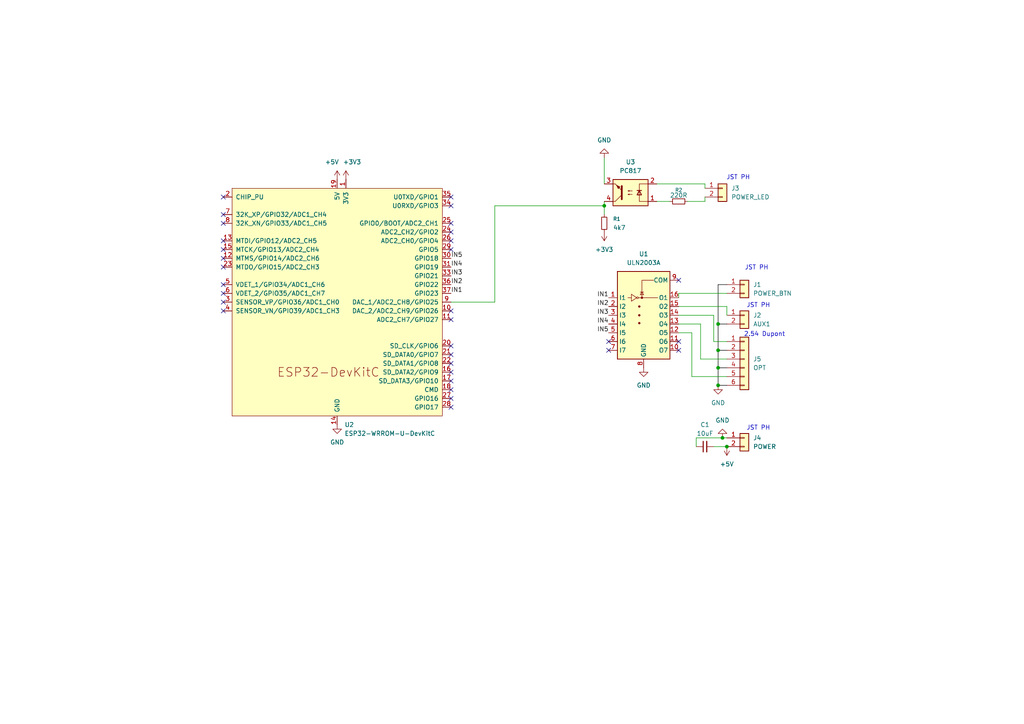
<source format=kicad_sch>
(kicad_sch (version 20250114) (generator "eeschema") (generator_version "9.0")
  (paper "A4")
  (lib_symbols
    (symbol "Connector_Generic:Conn_01x02" (pin_names (offset 1.016) (hide yes))
      (property "Reference" "J" (at 0 2.54 0))
      (property "Value" "Conn_01x02" (at 0 -5.08 0))
      (symbol "Conn_01x02_1_1"
        (rectangle (start -1.27 1.27) (end 1.27 -3.81) (stroke (width 0.254)) (fill (type background)))
        (rectangle (start -1.27 0.127) (end 0 -0.127) (stroke (width 0.1524)))
        (rectangle (start -1.27 -2.413) (end 0 -2.667) (stroke (width 0.1524)))
        (pin passive line (at -5.08 0 0) (length 3.81) (name "Pin_1") (number "1"))
        (pin passive line (at -5.08 -2.54 0) (length 3.81) (name "Pin_2") (number "2"))
      )
    )
    (symbol "Connector_Generic:Conn_01x06" (pin_names (offset 1.016) (hide yes))
      (property "Reference" "J" (at 0 7.62 0))
      (property "Value" "Conn_01x06" (at 0 -10.16 0))
      (symbol "Conn_01x06_1_1"
        (rectangle (start -1.27 6.35) (end 1.27 -8.89) (stroke (width 0.254)) (fill (type background)))
        (rectangle (start -1.27 5.207) (end 0 4.953) (stroke (width 0.1524)))
        (rectangle (start -1.27 2.667) (end 0 2.413) (stroke (width 0.1524)))
        (rectangle (start -1.27 0.127) (end 0 -0.127) (stroke (width 0.1524)))
        (rectangle (start -1.27 -2.413) (end 0 -2.667) (stroke (width 0.1524)))
        (rectangle (start -1.27 -4.953) (end 0 -5.207) (stroke (width 0.1524)))
        (rectangle (start -1.27 -7.493) (end 0 -7.747) (stroke (width 0.1524)))
        (pin passive line (at -5.08 5.08 0) (length 3.81) (name "Pin_1") (number "1"))
        (pin passive line (at -5.08 2.54 0) (length 3.81) (name "Pin_2") (number "2"))
        (pin passive line (at -5.08 0 0) (length 3.81) (name "Pin_3") (number "3"))
        (pin passive line (at -5.08 -2.54 0) (length 3.81) (name "Pin_4") (number "4"))
        (pin passive line (at -5.08 -5.08 0) (length 3.81) (name "Pin_5") (number "5"))
        (pin passive line (at -5.08 -7.62 0) (length 3.81) (name "Pin_6") (number "6"))
      )
    )
    (symbol "Device:C_Small" (pin_numbers (hide yes)) (pin_names (offset 0.254) (hide yes))
      (property "Reference" "C" (at 0.254 1.778 0))
      (property "Value" "C_Small" (at 0.254 -2.032 0))
      (symbol "C_Small_0_1"
        (polyline (pts (xy -1.524 0.508) (xy 1.524 0.508)) (stroke (width 0.3048)))
        (polyline (pts (xy -1.524 -0.508) (xy 1.524 -0.508)) (stroke (width 0.3302)))
      )
      (symbol "C_Small_1_1"
        (pin passive line (at 0 2.54 270) (length 2.032) (name "~") (number "1"))
        (pin passive line (at 0 -2.54 90) (length 2.032) (name "~") (number "2"))
      )
    )
    (symbol "Device:R_Small" (pin_numbers (hide yes)) (pin_names (offset 0.254) (hide yes))
      (property "Reference" "R" (at 0 0 90))
      (property "Value" "R_Small" (at 1.778 0 90))
      (symbol "R_Small_0_1"
        (rectangle (start -0.762 1.778) (end 0.762 -1.778) (stroke (width 0.2032)))
      )
      (symbol "R_Small_1_1"
        (pin passive line (at 0 2.54 270) (length 0.762) (name "~") (number "1"))
        (pin passive line (at 0 -2.54 90) (length 0.762) (name "~") (number "2"))
      )
    )
    (symbol "Espressif:ESP32-DevKitC" (pin_names (offset 1.016))
      (property "Reference" "U" (at -30.48 38.1 0))
      (property "Value" "ESP32-DevKitC" (at -30.48 35.56 0))
      (symbol "ESP32-DevKitC_0_0"
        (text "ESP32-DevKitC" (at -2.54 -20.32 0) (effects (font (size 2.54 2.54))))
        (pin power_in line (at 0 35.56 270) (length 2.54) (name "5V") (number "19"))
        (pin power_in line (at 0 -35.56 90) (length 2.54) (name "GND") (number "14"))
      )
      (symbol "ESP32-DevKitC_0_1"
        (rectangle (start -30.48 33.02) (end 30.48 -33.02) (fill (type background)))
      )
      (symbol "ESP32-DevKitC_1_1"
        (pin input line (at -33.02 30.48 0) (length 2.54) (name "CHIP_PU") (number "2"))
        (pin bidirectional line (at -33.02 25.4 0) (length 2.54) (name "32K_XP/GPIO32/ADC1_CH4") (number "7"))
        (pin bidirectional line (at -33.02 22.86 0) (length 2.54) (name "32K_XN/GPIO33/ADC1_CH5") (number "8"))
        (pin bidirectional line (at -33.02 17.78 0) (length 2.54) (name "MTDI/GPIO12/ADC2_CH5") (number "13"))
        (pin bidirectional line (at -33.02 15.24 0) (length 2.54) (name "MTCK/GPIO13/ADC2_CH4") (number "15"))
        (pin bidirectional line (at -33.02 12.7 0) (length 2.54) (name "MTMS/GPIO14/ADC2_CH6") (number "12"))
        (pin bidirectional line (at -33.02 10.16 0) (length 2.54) (name "MTDO/GPIO15/ADC2_CH3") (number "23"))
        (pin input line (at -33.02 5.08 0) (length 2.54) (name "VDET_1/GPIO34/ADC1_CH6") (number "5"))
        (pin input line (at -33.02 2.54 0) (length 2.54) (name "VDET_2/GPIO35/ADC1_CH7") (number "6"))
        (pin input line (at -33.02 0 0) (length 2.54) (name "SENSOR_VP/GPIO36/ADC1_CH0") (number "3"))
        (pin input line (at -33.02 -2.54 0) (length 2.54) (name "SENSOR_VN/GPIO39/ADC1_CH3") (number "4"))
        (pin passive line (at 0 -35.56 90) (length 2.54) (hide yes) (name "GND") (number "32"))
        (pin passive line (at 0 -35.56 90) (length 2.54) (hide yes) (name "GND") (number "38"))
        (pin power_in line (at 2.54 35.56 270) (length 2.54) (name "3V3") (number "1"))
        (pin bidirectional line (at 33.02 30.48 180) (length 2.54) (name "U0TXD/GPIO1") (number "35"))
        (pin bidirectional line (at 33.02 27.94 180) (length 2.54) (name "U0RXD/GPIO3") (number "34"))
        (pin bidirectional line (at 33.02 22.86 180) (length 2.54) (name "GPIO0/BOOT/ADC2_CH1") (number "25"))
        (pin bidirectional line (at 33.02 20.32 180) (length 2.54) (name "ADC2_CH2/GPIO2") (number "24"))
        (pin bidirectional line (at 33.02 17.78 180) (length 2.54) (name "ADC2_CH0/GPIO4") (number "26"))
        (pin bidirectional line (at 33.02 15.24 180) (length 2.54) (name "GPIO5") (number "29"))
        (pin bidirectional line (at 33.02 12.7 180) (length 2.54) (name "GPIO18") (number "30"))
        (pin bidirectional line (at 33.02 10.16 180) (length 2.54) (name "GPIO19") (number "31"))
        (pin bidirectional line (at 33.02 7.62 180) (length 2.54) (name "GPIO21") (number "33"))
        (pin bidirectional line (at 33.02 5.08 180) (length 2.54) (name "GPIO22") (number "36"))
        (pin bidirectional line (at 33.02 2.54 180) (length 2.54) (name "GPIO23") (number "37"))
        (pin bidirectional line (at 33.02 0 180) (length 2.54) (name "DAC_1/ADC2_CH8/GPIO25") (number "9"))
        (pin bidirectional line (at 33.02 -2.54 180) (length 2.54) (name "DAC_2/ADC2_CH9/GPIO26") (number "10"))
        (pin bidirectional line (at 33.02 -5.08 180) (length 2.54) (name "ADC2_CH7/GPIO27") (number "11"))
        (pin bidirectional line (at 33.02 -12.7 180) (length 2.54) (name "SD_CLK/GPIO6") (number "20"))
        (pin bidirectional line (at 33.02 -15.24 180) (length 2.54) (name "SD_DATA0/GPIO7") (number "21"))
        (pin bidirectional line (at 33.02 -17.78 180) (length 2.54) (name "SD_DATA1/GPIO8") (number "22"))
        (pin bidirectional line (at 33.02 -20.32 180) (length 2.54) (name "SD_DATA2/GPIO9") (number "16"))
        (pin bidirectional line (at 33.02 -22.86 180) (length 2.54) (name "SD_DATA3/GPIO10") (number "17"))
        (pin bidirectional line (at 33.02 -25.4 180) (length 2.54) (name "CMD") (number "18"))
        (pin bidirectional line (at 33.02 -27.94 180) (length 2.54) (name "GPIO16") (number "27"))
        (pin bidirectional line (at 33.02 -30.48 180) (length 2.54) (name "GPIO17") (number "28"))
      )
    )
    (symbol "Isolator:PC817" (pin_names (offset 1.016))
      (property "Reference" "U" (at -5.08 5.08 0))
      (property "Value" "PC817" (at 0 5.08 0))
      (symbol "PC817_0_1"
        (rectangle (start -5.08 3.81) (end 5.08 -3.81) (stroke (width 0.254)) (fill (type background)))
        (polyline (pts (xy -5.08 2.54) (xy -2.54 2.54) (xy -2.54 -0.635)))
        (polyline (pts (xy -3.175 -0.635) (xy -1.905 -0.635)) (stroke (width 0.254)))
        (polyline (pts (xy -2.54 -0.635) (xy -2.54 -2.54) (xy -5.08 -2.54)))
        (polyline (pts (xy -2.54 -0.635) (xy -3.175 0.635) (xy -1.905 0.635) (xy -2.54 -0.635)) (stroke (width 0.254)))
        (polyline (pts (xy -0.508 0.508) (xy 0.762 0.508) (xy 0.381 0.381) (xy 0.381 0.635) (xy 0.762 0.508)))
        (polyline (pts (xy -0.508 -0.508) (xy 0.762 -0.508) (xy 0.381 -0.635) (xy 0.381 -0.381) (xy 0.762 -0.508)))
        (polyline (pts (xy 2.54 1.905) (xy 2.54 -1.905)) (stroke (width 0.508)))
        (polyline (pts (xy 2.54 0.635) (xy 4.445 2.54)))
        (polyline (pts (xy 3.048 -1.651) (xy 3.556 -1.143) (xy 4.064 -2.159) (xy 3.048 -1.651)) (fill (type outline)))
        (polyline (pts (xy 4.445 2.54) (xy 5.08 2.54)))
        (polyline (pts (xy 4.445 -2.54) (xy 2.54 -0.635)) (fill (type outline)))
        (polyline (pts (xy 4.445 -2.54) (xy 5.08 -2.54)))
      )
      (symbol "PC817_1_1"
        (pin passive line (at -7.62 2.54 0) (length 2.54) (name "~") (number "1"))
        (pin passive line (at -7.62 -2.54 0) (length 2.54) (name "~") (number "2"))
        (pin passive line (at 7.62 2.54 180) (length 2.54) (name "~") (number "4"))
        (pin passive line (at 7.62 -2.54 180) (length 2.54) (name "~") (number "3"))
      )
    )
    (symbol "Transistor_Array:ULN2003A"
      (property "Reference" "U" (at 0 15.875 0))
      (property "Value" "ULN2003A" (at 0 13.97 0))
      (symbol "ULN2003A_0_1"
        (rectangle (start -7.62 -12.7) (end 7.62 12.7) (stroke (width 0.254)) (fill (type background)))
        (polyline (pts (xy -4.572 5.08) (xy -3.556 5.08)))
        (polyline (pts (xy -3.556 6.096) (xy -3.556 4.064) (xy -2.032 5.08) (xy -3.556 6.096)))
        (circle (center -1.778 5.08) (radius 0.254))
        (polyline (pts (xy -1.524 5.08) (xy 4.064 5.08)))
        (circle (center -1.27 2.54) (radius 0.254) (fill (type outline)))
        (circle (center -1.27 0) (radius 0.254) (fill (type outline)))
        (circle (center -1.27 -2.286) (radius 0.254) (fill (type outline)))
        (circle (center -0.508 5.08) (radius 0.254) (fill (type outline)))
        (polyline (pts (xy -0.508 5.08) (xy -0.508 10.16) (xy 2.921 10.16)))
        (polyline (pts (xy 0 6.731) (xy -1.016 6.731)))
        (polyline (pts (xy 0 5.969) (xy -1.016 5.969) (xy -0.508 6.731) (xy 0 5.969)))
      )
      (symbol "ULN2003A_1_1"
        (pin input line (at -10.16 5.08 0) (length 2.54) (name "I1") (number "1"))
        (pin input line (at -10.16 2.54 0) (length 2.54) (name "I2") (number "2"))
        (pin input line (at -10.16 0 0) (length 2.54) (name "I3") (number "3"))
        (pin input line (at -10.16 -2.54 0) (length 2.54) (name "I4") (number "4"))
        (pin input line (at -10.16 -5.08 0) (length 2.54) (name "I5") (number "5"))
        (pin input line (at -10.16 -7.62 0) (length 2.54) (name "I6") (number "6"))
        (pin input line (at -10.16 -10.16 0) (length 2.54) (name "I7") (number "7"))
        (pin power_in line (at 0 -15.24 90) (length 2.54) (name "GND") (number "8"))
        (pin passive line (at 10.16 10.16 180) (length 2.54) (name "COM") (number "9"))
        (pin open_collector line (at 10.16 5.08 180) (length 2.54) (name "O1") (number "16"))
        (pin open_collector line (at 10.16 2.54 180) (length 2.54) (name "O2") (number "15"))
        (pin open_collector line (at 10.16 0 180) (length 2.54) (name "O3") (number "14"))
        (pin open_collector line (at 10.16 -2.54 180) (length 2.54) (name "O4") (number "13"))
        (pin open_collector line (at 10.16 -5.08 180) (length 2.54) (name "O5") (number "12"))
        (pin open_collector line (at 10.16 -7.62 180) (length 2.54) (name "O6") (number "11"))
        (pin open_collector line (at 10.16 -10.16 180) (length 2.54) (name "O7") (number "10"))
      )
    )
    (symbol "power:+3V3" (power) (pin_numbers (hide yes)) (pin_names (offset 0) (hide yes))
      (property "Value" "+3V3" (at 0 3.556 0))
      (symbol "+3V3_0_1"
        (polyline (pts (xy -0.762 1.27) (xy 0 2.54)))
        (polyline (pts (xy 0 2.54) (xy 0.762 1.27)))
        (polyline (pts (xy 0 0) (xy 0 2.54)))
      )
      (symbol "+3V3_1_1"
        (pin power_in line (at 0 0 90) (length 0) (name "~") (number "1"))
      )
    )
    (symbol "power:+5V" (power) (pin_numbers (hide yes)) (pin_names (offset 0) (hide yes))
      (property "Value" "+5V" (at 0 3.556 0))
      (symbol "+5V_0_1"
        (polyline (pts (xy -0.762 1.27) (xy 0 2.54)))
        (polyline (pts (xy 0 2.54) (xy 0.762 1.27)))
        (polyline (pts (xy 0 0) (xy 0 2.54)))
      )
      (symbol "+5V_1_1"
        (pin power_in line (at 0 0 90) (length 0) (name "~") (number "1"))
      )
    )
    (symbol "power:GND" (power) (pin_numbers (hide yes)) (pin_names (offset 0) (hide yes))
      (property "Value" "GND" (at 0 -3.81 0))
      (symbol "GND_0_1"
        (polyline (pts (xy 0 0) (xy 0 -1.27) (xy 1.27 -1.27) (xy 0 -2.54) (xy -1.27 -1.27) (xy 0 -1.27)))
      )
      (symbol "GND_1_1"
        (pin power_in line (at 0 0 270) (length 0) (name "~") (number "1"))
      )
    )
  )
  (text "JST PH" (at 214.122 51.562 0) (effects (font (size 1.27 1.27))))
  (text "JST PH" (at 219.964 124.206 0) (effects (font (size 1.27 1.27))))
  (text "JST PH" (at 219.964 88.646 0) (effects (font (size 1.27 1.27))))
  (text "JST PH" (at 219.456 77.724 0) (effects (font (size 1.27 1.27))))
  (text "2.54 Dupont" (at 221.742 97.028 0) (effects (font (size 1.27 1.27))))
  (junction (at 208.28 101.6))
  (junction (at 175.26 59.69))
  (junction (at 210.82 129.54))
  (junction (at 209.55 127))
  (junction (at 208.28 106.68))
  (junction (at 208.28 111.76))
  (junction (at 208.28 93.98))
  (no_connect (at 130.81 69.85))
  (no_connect (at 64.77 87.63))
  (no_connect (at 64.77 74.93))
  (no_connect (at 64.77 64.77))
  (no_connect (at 64.77 57.15))
  (no_connect (at 64.77 69.85))
  (no_connect (at 176.53 101.6))
  (no_connect (at 196.85 99.06))
  (no_connect (at 64.77 85.09))
  (no_connect (at 130.81 100.33))
  (no_connect (at 176.53 99.06))
  (no_connect (at 64.77 72.39))
  (no_connect (at 64.77 77.47))
  (no_connect (at 130.81 64.77))
  (no_connect (at 64.77 82.55))
  (no_connect (at 130.81 107.95))
  (no_connect (at 130.81 59.69))
  (no_connect (at 130.81 90.17))
  (no_connect (at 196.85 101.6))
  (no_connect (at 130.81 102.87))
  (no_connect (at 130.81 110.49))
  (no_connect (at 196.85 81.28))
  (no_connect (at 130.81 115.57))
  (no_connect (at 130.81 72.39))
  (no_connect (at 130.81 57.15))
  (no_connect (at 64.77 90.17))
  (no_connect (at 130.81 92.71))
  (no_connect (at 130.81 105.41))
  (no_connect (at 130.81 113.03))
  (no_connect (at 130.81 67.31))
  (no_connect (at 130.81 118.11))
  (no_connect (at 64.77 62.23))
  (wire (pts (xy 199.39 58.42) (xy 204.47 58.42)))
  (wire (pts (xy 201.93 127) (xy 201.93 129.54)))
  (wire (pts (xy 208.28 82.55) (xy 210.82 82.55)) (stroke (width 0) (color 0 0 0 1)))
  (wire (pts (xy 208.28 93.98) (xy 208.28 101.6)) (stroke (width 0) (color 0 0 0 1)))
  (wire (pts (xy 210.82 104.14) (xy 203.2 104.14)))
  (wire (pts (xy 175.26 62.23) (xy 175.26 59.69)))
  (wire (pts (xy 204.47 57.15) (xy 204.47 58.42)))
  (wire (pts (xy 143.51 87.63) (xy 130.81 87.63)))
  (wire (pts (xy 175.26 59.69) (xy 143.51 59.69)))
  (wire (pts (xy 203.2 104.14) (xy 203.2 93.98)))
  (wire (pts (xy 210.82 109.22) (xy 200.66 109.22)))
  (wire (pts (xy 210.82 85.09) (xy 196.85 85.09)))
  (wire (pts (xy 210.82 127) (xy 209.55 127)))
  (wire (pts (xy 196.85 85.09) (xy 196.85 86.36)))
  (wire (pts (xy 210.82 88.9) (xy 196.85 88.9)))
  (wire (pts (xy 210.82 99.06) (xy 207.01 99.06)))
  (wire (pts (xy 207.01 99.06) (xy 207.01 91.44)))
  (wire (pts (xy 208.28 101.6) (xy 210.82 101.6)) (stroke (width 0) (color 0 0 0 1)))
  (wire (pts (xy 210.82 111.76) (xy 208.28 111.76)) (stroke (width 0) (color 0 0 0 1)))
  (wire (pts (xy 210.82 91.44) (xy 210.82 88.9)))
  (wire (pts (xy 208.28 101.6) (xy 208.28 106.68)) (stroke (width 0) (color 0 0 0 1)))
  (wire (pts (xy 208.28 93.98) (xy 210.82 93.98)) (stroke (width 0) (color 0 0 0 1)))
  (wire (pts (xy 200.66 109.22) (xy 200.66 96.52)))
  (wire (pts (xy 208.28 106.68) (xy 210.82 106.68)) (stroke (width 0) (color 0 0 0 1)))
  (wire (pts (xy 175.26 53.34) (xy 175.26 45.72)))
  (wire (pts (xy 143.51 59.69) (xy 143.51 87.63)))
  (wire (pts (xy 203.2 93.98) (xy 196.85 93.98)))
  (wire (pts (xy 209.55 127) (xy 201.93 127)))
  (wire (pts (xy 207.01 129.54) (xy 210.82 129.54)))
  (wire (pts (xy 190.5 53.34) (xy 204.47 53.34)))
  (wire (pts (xy 207.01 91.44) (xy 196.85 91.44)))
  (wire (pts (xy 204.47 53.34) (xy 204.47 54.61)))
  (wire (pts (xy 190.5 58.42) (xy 194.31 58.42)))
  (wire (pts (xy 208.28 93.98) (xy 208.28 82.55)) (stroke (width 0) (color 0 0 0 1)))
  (wire (pts (xy 208.28 111.76) (xy 208.28 106.68)) (stroke (width 0) (color 0 0 0 1)))
  (wire (pts (xy 175.26 58.42) (xy 175.26 59.69)))
  (wire (pts (xy 200.66 96.52) (xy 196.85 96.52)))
  (label "IN3" (at 130.81 80.01 0))
  (label "IN1" (at 176.53 86.36 180))
  (label "IN4" (at 130.81 77.47 0))
  (label "IN1" (at 130.81 85.09 0))
  (label "IN5" (at 130.81 74.93 0))
  (label "IN2" (at 130.81 82.55 0))
  (label "IN2" (at 176.53 88.9 180))
  (label "IN5" (at 176.53 96.52 180))
  (label "IN4" (at 176.53 93.98 180))
  (label "IN3" (at 176.53 91.44 180))
  (symbol (lib_id "Isolator:PC817") (at 182.88 55.88 180) (unit 1)
    (property "Reference" "U3" (at 182.88 46.99 0))
    (property "Value" "PC817" (at 182.88 49.53 0))
    (property "Footprint" "Package_DIP:DIP-4_W7.62mm" (effects (hide yes)))
    (property "Datasheet" "http://www.soselectronic.cz/a_info/resource/d/pc817.pdf" (effects (hide yes)))
    (property "Description" "DC Optocoupler, Vce 35V, CTR 50-300%, DIP-4" (effects (hide yes)))
  )
  (symbol (lib_id "Connector_Generic:Conn_01x02") (at 215.9 91.44 0) (unit 1)
    (property "Reference" "J2" (at 218.44 91.4399 0) (effects (justify left)))
    (property "Value" "AUX1" (at 218.44 93.9799 0) (effects (justify left)))
    (property "Footprint" "Connector_JST:JST_PH_B2B-PH-K_1x02_P2.00mm_Vertical" (effects (hide yes)))
    (property "Description" "Generic connector, single row, 01x02, script generated (kicad-library-utils/schlib/autogen/connector/)" (effects (hide yes)))
  )
  (symbol (lib_id "power:GND") (at 97.79 123.19 0) (unit 1)
    (property "Reference" "#PWR05" (effects (hide yes)))
    (property "Value" "GND" (at 97.79 128.27 0))
    (property "Description" "Power symbol creates a global label with name \"GND\" , ground" (effects (hide yes)))
  )
  (symbol (lib_id "Device:C_Small") (at 204.47 129.54 90) (unit 1)
    (property "Reference" "C1" (at 204.4763 123.19 90))
    (property "Value" "10uF" (at 204.4763 125.73 90))
    (property "Footprint" "Capacitor_SMD:C_0603_1608Metric" (effects (hide yes)))
    (property "Description" "Unpolarized capacitor, small symbol" (effects (hide yes)))
  )
  (symbol (lib_id "power:GND") (at 208.28 111.76 0) (unit 1)
    (property "Reference" "#PWR02" (effects (hide yes)))
    (property "Value" "GND" (at 208.28 116.84 0))
    (property "Description" "Power symbol creates a global label with name \"GND\" , ground" (effects (hide yes)))
  )
  (symbol (lib_id "Connector_Generic:Conn_01x02") (at 215.9 82.55 0) (unit 1)
    (property "Reference" "J1" (at 218.44 82.5499 0) (effects (justify left)))
    (property "Value" "POWER_BTN" (at 218.44 85.0899 0) (effects (justify left)))
    (property "Footprint" "Connector_JST:JST_PH_B2B-PH-K_1x02_P2.00mm_Vertical" (effects (hide yes)))
    (property "Description" "Generic connector, single row, 01x02, script generated (kicad-library-utils/schlib/autogen/connector/)" (effects (hide yes)))
  )
  (symbol (lib_id "power:+3V3") (at 100.33 52.07 0) (unit 1)
    (property "Reference" "#PWR09" (effects (hide yes)))
    (property "Value" "+3V3" (at 102.108 46.99 0))
    (property "Description" "Power symbol creates a global label with name \"+3V3\"" (effects (hide yes)))
  )
  (symbol (lib_id "power:+5V") (at 210.82 129.54 180) (unit 1)
    (property "Reference" "#PWR07" (effects (hide yes)))
    (property "Value" "+5V" (at 210.82 134.62 0))
    (property "Description" "Power symbol creates a global label with name \"+5V\"" (effects (hide yes)))
  )
  (symbol (lib_id "Espressif:ESP32-DevKitC") (at 97.79 87.63 0) (unit 1)
    (property "Reference" "U2" (at 99.9333 123.19 0) (effects (justify left)))
    (property "Value" "ESP32-WRROM-U-DevKitC" (at 99.9333 125.73 0) (effects (justify left)))
    (property "Footprint" "Espressif:ESP32-DevKitC" (effects (hide yes)))
    (property "Datasheet" "https://docs.espressif.com/projects/esp-idf/zh_CN/latest/esp32/hw-reference/esp32/get-started-devkitc.html" (effects (hide yes)))
    (property "Description" "Development Kit" (effects (hide yes)))
  )
  (symbol (lib_id "power:+3V3") (at 175.26 67.31 180) (unit 1)
    (property "Reference" "#PWR04" (effects (hide yes)))
    (property "Value" "+3V3" (at 175.26 72.39 0))
    (property "Description" "Power symbol creates a global label with name \"+3V3\"" (effects (hide yes)))
  )
  (symbol (lib_id "Device:R_Small") (at 175.26 64.77 0) (unit 1)
    (property "Reference" "R1" (at 177.8 63.4999 0) (effects (font (size 1.016 1.016)) (justify left)))
    (property "Value" "4k7" (at 177.8 66.0399 0) (effects (justify left)))
    (property "Footprint" "Resistor_SMD:R_0603_1608Metric" (effects (hide yes)))
    (property "Description" "Resistor, small symbol" (effects (hide yes)))
  )
  (symbol (lib_id "Connector_Generic:Conn_01x02") (at 209.55 54.61 0) (unit 1)
    (property "Reference" "J3" (at 212.09 54.6099 0) (effects (justify left)))
    (property "Value" "POWER_LED" (at 212.09 57.1499 0) (effects (justify left)))
    (property "Footprint" "Connector_JST:JST_PH_B2B-PH-K_1x02_P2.00mm_Vertical" (effects (hide yes)))
    (property "Description" "Generic connector, single row, 01x02, script generated (kicad-library-utils/schlib/autogen/connector/)" (effects (hide yes)))
  )
  (symbol (lib_id "Device:R_Small") (at 196.85 58.42 90) (unit 1)
    (property "Reference" "R2" (at 196.85 55.118 90) (effects (font (size 1.016 1.016))))
    (property "Value" "220R" (at 196.85 56.642 90))
    (property "Footprint" "Resistor_SMD:R_0603_1608Metric" (effects (hide yes)))
    (property "Description" "Resistor, small symbol" (effects (hide yes)))
  )
  (symbol (lib_id "Transistor_Array:ULN2003A") (at 186.69 91.44 0) (unit 1)
    (property "Reference" "U1" (at 186.69 73.66 0))
    (property "Value" "ULN2003A" (at 186.69 76.2 0))
    (property "Footprint" "Package_SO:SOIC-16_3.9x9.9mm_P1.27mm" (effects (hide yes)))
    (property "Datasheet" "http://www.ti.com/lit/ds/symlink/uln2003a.pdf" (effects (hide yes)))
    (property "Description" "High Voltage, High Current Darlington Transistor Arrays, SOIC16/SOIC16W/DIP16/TSSOP16" (effects (hide yes)))
  )
  (symbol (lib_id "power:GND") (at 175.26 45.72 180) (unit 1)
    (property "Reference" "#PWR03" (effects (hide yes)))
    (property "Value" "GND" (at 175.26 40.64 0))
    (property "Description" "Power symbol creates a global label with name \"GND\" , ground" (effects (hide yes)))
  )
  (symbol (lib_id "power:GND") (at 186.69 106.68 0) (unit 1)
    (property "Reference" "#PWR01" (effects (hide yes)))
    (property "Value" "GND" (at 186.69 111.76 0))
    (property "Description" "Power symbol creates a global label with name \"GND\" , ground" (effects (hide yes)))
  )
  (symbol (lib_id "Connector_Generic:Conn_01x06") (at 215.9 104.14 0) (unit 1)
    (property "Reference" "J5" (at 218.44 104.1399 0) (effects (justify left)))
    (property "Value" "OPT" (at 218.44 106.6799 0) (effects (justify left)))
    (property "Footprint" "Connector_PinHeader_2.54mm:PinHeader_1x06_P2.54mm_Vertical" (effects (hide yes)))
    (property "Description" "Generic connector, single row, 01x06, script generated (kicad-library-utils/schlib/autogen/connector/)" (effects (hide yes)))
  )
  (symbol (lib_id "power:GND") (at 209.55 127 180) (unit 1)
    (property "Reference" "#PWR06" (effects (hide yes)))
    (property "Value" "GND" (at 209.55 121.92 0))
    (property "Description" "Power symbol creates a global label with name \"GND\" , ground" (effects (hide yes)))
  )
  (symbol (lib_id "Connector_Generic:Conn_01x02") (at 215.9 127 0) (unit 1)
    (property "Reference" "J4" (at 218.44 126.9999 0) (effects (justify left)))
    (property "Value" "POWER" (at 218.44 129.5399 0) (effects (justify left)))
    (property "Footprint" "Connector_JST:JST_PH_B2B-PH-K_1x02_P2.00mm_Vertical" (effects (hide yes)))
    (property "Description" "Generic connector, single row, 01x02, script generated (kicad-library-utils/schlib/autogen/connector/)" (effects (hide yes)))
  )
  (symbol (lib_id "power:+5V") (at 97.79 52.07 0) (unit 1)
    (property "Reference" "#PWR08" (effects (hide yes)))
    (property "Value" "+5V" (at 96.266 46.99 0))
    (property "Description" "Power symbol creates a global label with name \"+5V\"" (effects (hide yes)))
  )
)
</source>
